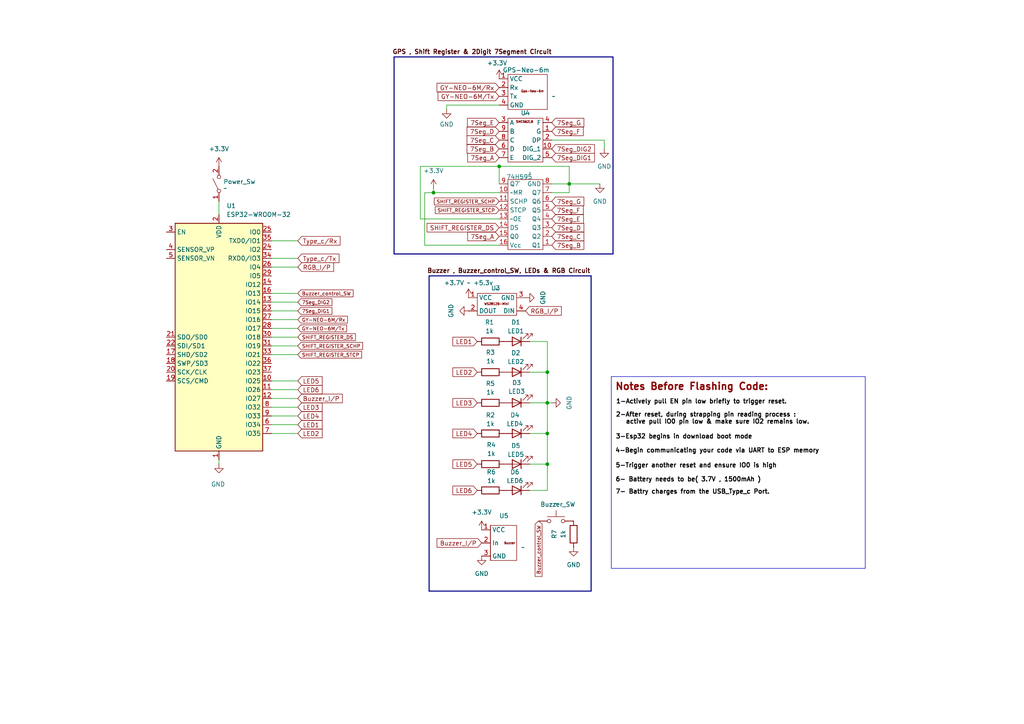
<source format=kicad_sch>
(kicad_sch (version 20231120) (generator "eeschema") (generator_version "8.0")
  (paper "A4")
  (title_block (title "Bike Mini Speed Computer") (date "2024-03-07") (rev "v01") (company "Infinity") (comment 4 "Author :Mamdouh Azmi "))
  (lib_symbols
    (symbol "2Digit-7Seg:SMC562LB"
      (property "Reference" "U" (at 1.778 10.16 0))
      (symbol "SMC562LB_0_1"
        (rectangle (start 1.27 8.89) (end 11.43 -3.81))
      )
      (symbol "SMC562LB_1_1"
        (text "SMC562LB" (at 6.096 7.874 0) (effects (font (size 0.635 0.635))))
        (pin input line (at 13.97 5.08 180) (length 2.54) (name "G") (number "1"))
        (pin input line (at 13.97 0 180) (length 2.54) (name "DIG_1") (number "10"))
        (pin input line (at 13.97 2.54 180) (length 2.54) (name "DP") (number "2"))
        (pin input line (at -1.27 7.62 0) (length 2.54) (name "A") (number "3"))
        (pin input line (at 13.97 7.62 180) (length 2.54) (name "F") (number "4"))
        (pin input line (at 13.97 -2.54 180) (length 2.54) (name "DIG_2") (number "5"))
        (pin input line (at -1.27 0 0) (length 2.54) (name "D") (number "6"))
        (pin input line (at -1.27 -2.54 0) (length 2.54) (name "E") (number "7"))
        (pin input line (at -1.27 2.54 0) (length 2.54) (name "C") (number "8"))
        (pin input line (at -1.27 5.08 0) (length 2.54) (name "B") (number "9"))
      )
    )
    (symbol "Bike Project:NEO-6M-GPS"
      (property "Reference" "U" (at 24.638 28.956 0))
      (symbol "NEO-6M-GPS_0_1"
        (rectangle (start 24.13 27.94) (end 35.56 17.78))
      )
      (symbol "NEO-6M-GPS_1_1"
        (text "Gps-Neo-6m\n" (at 31.242 23.114 0) (effects (font (size 0.635 0.635))))
        (pin power_in line (at 21.59 26.67 0) (length 2.54) (name "VCC") (number "1"))
        (pin input line (at 21.59 24.13 0) (length 2.54) (name "Rx") (number "2"))
        (pin output line (at 21.59 21.59 0) (length 2.54) (name "Tx") (number "3"))
        (pin power_in line (at 21.59 19.05 0) (length 2.54) (name "GND") (number "4"))
      )
    )
    (symbol "Device:LED" (pin_numbers hide) (pin_names (offset 1.016) hide)
      (property "Reference" "D" (at 0 2.54 0))
      (property "Value" "LED" (at 0 -2.54 0))
      (symbol "LED_0_1"
        (polyline (pts (xy -1.27 -1.27) (xy -1.27 1.27)) (stroke (width 0.254)))
        (polyline (pts (xy -1.27 0) (xy 1.27 0)))
        (polyline (pts (xy 1.27 -1.27) (xy 1.27 1.27) (xy -1.27 0) (xy 1.27 -1.27)) (stroke (width 0.254)))
        (polyline (pts (xy -3.048 -0.762) (xy -4.572 -2.286) (xy -3.81 -2.286) (xy -4.572 -2.286) (xy -4.572 -1.524)))
        (polyline (pts (xy -1.778 -0.762) (xy -3.302 -2.286) (xy -2.54 -2.286) (xy -3.302 -2.286) (xy -3.302 -1.524)))
      )
      (symbol "LED_1_1"
        (pin passive line (at -3.81 0 0) (length 2.54) (name "K") (number "1"))
        (pin passive line (at 3.81 0 180) (length 2.54) (name "A") (number "2"))
      )
    )
    (symbol "Device:R" (pin_numbers hide) (pin_names (offset 0))
      (property "Reference" "R" (at 2.032 0 90))
      (property "Value" "R" (at 0 0 90))
      (symbol "R_0_1"
        (rectangle (start -1.016 -2.54) (end 1.016 2.54) (stroke (width 0.254)))
      )
      (symbol "R_1_1"
        (pin passive line (at 0 3.81 270) (length 1.27) (name "~") (number "1"))
        (pin passive line (at 0 -3.81 90) (length 1.27) (name "~") (number "2"))
      )
    )
    (symbol "MLT-5020:MLT-5020"
      (property "Reference" "U" (at 12.954 14.986 0))
      (symbol "MLT-5020_0_1"
        (rectangle (start 12.7 3.81) (end 20.32 13.97))
        (rectangle (start 12.7 13.97) (end 12.7 3.81))
      )
      (symbol "MLT-5020_1_1"
        (text "Buzzer" (at 18.288 8.89 0) (effects (font (size 0.635 0.635))))
        (pin power_in line (at 10.16 12.7 0) (length 2.54) (name "VCC") (number "1"))
        (pin input line (at 10.16 8.89 0) (length 2.54) (name "In") (number "2"))
        (pin power_in line (at 10.16 5.08 0) (length 2.54) (name "GND") (number "3"))
      )
    )
    (symbol "RF_Module:ESP32-WROOM-32"
      (property "Reference" "U" (at -12.7 34.29 0))
      (property "Value" "ESP32-WROOM-32" (at 1.27 34.29 0))
      (symbol "ESP32-WROOM-32_0_1"
        (rectangle (start -12.7 33.02) (end 12.7 -33.02) (stroke (width 0.254)) (fill (type background)))
      )
      (symbol "ESP32-WROOM-32_1_1"
        (pin power_in line (at 0 -35.56 90) (length 2.54) (name "GND") (number "1"))
        (pin bidirectional line (at 15.24 -12.7 180) (length 2.54) (name "IO25") (number "10"))
        (pin bidirectional line (at 15.24 -15.24 180) (length 2.54) (name "IO26") (number "11"))
        (pin bidirectional line (at 15.24 -17.78 180) (length 2.54) (name "IO27") (number "12"))
        (pin bidirectional line (at 15.24 10.16 180) (length 2.54) (name "IO14") (number "13"))
        (pin bidirectional line (at 15.24 15.24 180) (length 2.54) (name "IO12") (number "14"))
        (pin passive line (at 0 -35.56 90) (length 2.54) hide (name "GND") (number "15"))
        (pin bidirectional line (at 15.24 12.7 180) (length 2.54) (name "IO13") (number "16"))
        (pin bidirectional line (at -15.24 -5.08 0) (length 2.54) (name "SHD/SD2") (number "17"))
        (pin bidirectional line (at -15.24 -7.62 0) (length 2.54) (name "SWP/SD3") (number "18"))
        (pin bidirectional line (at -15.24 -12.7 0) (length 2.54) (name "SCS/CMD") (number "19"))
        (pin power_in line (at 0 35.56 270) (length 2.54) (name "VDD") (number "2"))
        (pin bidirectional line (at -15.24 -10.16 0) (length 2.54) (name "SCK/CLK") (number "20"))
        (pin bidirectional line (at -15.24 0 0) (length 2.54) (name "SDO/SD0") (number "21"))
        (pin bidirectional line (at -15.24 -2.54 0) (length 2.54) (name "SDI/SD1") (number "22"))
        (pin bidirectional line (at 15.24 7.62 180) (length 2.54) (name "IO15") (number "23"))
        (pin bidirectional line (at 15.24 25.4 180) (length 2.54) (name "IO2") (number "24"))
        (pin bidirectional line (at 15.24 30.48 180) (length 2.54) (name "IO0") (number "25"))
        (pin bidirectional line (at 15.24 20.32 180) (length 2.54) (name "IO4") (number "26"))
        (pin bidirectional line (at 15.24 5.08 180) (length 2.54) (name "IO16") (number "27"))
        (pin bidirectional line (at 15.24 2.54 180) (length 2.54) (name "IO17") (number "28"))
        (pin bidirectional line (at 15.24 17.78 180) (length 2.54) (name "IO5") (number "29"))
        (pin input line (at -15.24 30.48 0) (length 2.54) (name "EN") (number "3"))
        (pin bidirectional line (at 15.24 0 180) (length 2.54) (name "IO18") (number "30"))
        (pin bidirectional line (at 15.24 -2.54 180) (length 2.54) (name "IO19") (number "31"))
        (pin no_connect line (at -12.7 -27.94 0) (length 2.54) hide (name "NC") (number "32"))
        (pin bidirectional line (at 15.24 -5.08 180) (length 2.54) (name "IO21") (number "33"))
        (pin bidirectional line (at 15.24 22.86 180) (length 2.54) (name "RXD0/IO3") (number "34"))
        (pin bidirectional line (at 15.24 27.94 180) (length 2.54) (name "TXD0/IO1") (number "35"))
        (pin bidirectional line (at 15.24 -7.62 180) (length 2.54) (name "IO22") (number "36"))
        (pin bidirectional line (at 15.24 -10.16 180) (length 2.54) (name "IO23") (number "37"))
        (pin passive line (at 0 -35.56 90) (length 2.54) hide (name "GND") (number "38"))
        (pin passive line (at 0 -35.56 90) (length 2.54) hide (name "GND") (number "39"))
        (pin input line (at -15.24 25.4 0) (length 2.54) (name "SENSOR_VP") (number "4"))
        (pin input line (at -15.24 22.86 0) (length 2.54) (name "SENSOR_VN") (number "5"))
        (pin input line (at 15.24 -25.4 180) (length 2.54) (name "IO34") (number "6"))
        (pin input line (at 15.24 -27.94 180) (length 2.54) (name "IO35") (number "7"))
        (pin bidirectional line (at 15.24 -20.32 180) (length 2.54) (name "IO32") (number "8"))
        (pin bidirectional line (at 15.24 -22.86 180) (length 2.54) (name "IO33") (number "9"))
      )
    )
    (symbol "RGB-LED:_WS2812B-MINI"
      (property "Reference" "U" (at 13.208 17.78 0))
      (symbol "_WS2812B-MINI_0_1"
        (rectangle (start 12.7 16.51) (end 24.13 10.16))
      )
      (symbol "_WS2812B-MINI_1_1"
        (text "WS2812B-Mini" (at 18.288 13.462 0) (effects (font (size 0.635 0.635))))
        (pin power_in line (at 10.16 15.24 0) (length 2.54) (name "VCC") (number "1"))
        (pin input line (at 10.16 11.43 0) (length 2.54) (name "DOUT") (number "2"))
        (pin power_in line (at 26.67 15.24 180) (length 2.54) (name "GND") (number "3"))
        (pin input line (at 26.67 11.43 180) (length 2.54) (name "DIN") (number "4"))
      )
    )
    (symbol "Shift-register-74H595:74H595"
      (property "Reference" "74H595" (at -11.176 -1.524 90))
      (symbol "74H595_0_1"
        (rectangle (start -10.16 5.08) (end 10.16 -5.08))
      )
      (symbol "74H595_1_0"
        (pin power_in line (at -8.89 7.62 270) (length 2.54) (name "Vcc") (number "16"))
      )
      (symbol "74H595_1_1"
        (pin output line (at -8.89 -7.62 90) (length 2.54) (name "Q1") (number "1"))
        (pin input line (at 6.35 7.62 270) (length 2.54) (name "~MR") (number "10"))
        (pin input line (at 3.81 7.62 270) (length 2.54) (name "SCHP") (number "11"))
        (pin input line (at 1.27 7.62 270) (length 2.54) (name "STCP") (number "12"))
        (pin input line (at -1.27 7.62 270) (length 2.54) (name "~OE") (number "13"))
        (pin input line (at -3.81 7.62 270) (length 2.54) (name "DS") (number "14"))
        (pin output line (at -6.35 7.62 270) (length 2.54) (name "Q0") (number "15"))
        (pin output line (at -6.35 -7.62 90) (length 2.54) (name "Q2") (number "2"))
        (pin output line (at -3.81 -7.62 90) (length 2.54) (name "Q3") (number "3"))
        (pin output line (at -1.27 -7.62 90) (length 2.54) (name "Q4") (number "4"))
        (pin output line (at 1.27 -7.62 90) (length 2.54) (name "Q5") (number "5"))
        (pin output line (at 3.81 -7.62 90) (length 2.54) (name "Q6") (number "6"))
        (pin output line (at 6.35 -7.62 90) (length 2.54) (name "Q7") (number "7"))
        (pin power_in line (at 8.89 -7.62 90) (length 2.54) (name "GND") (number "8"))
        (pin output line (at 8.89 7.62 270) (length 2.54) (name "Q7`") (number "9"))
      )
    )
    (symbol "Switch:SW_Push" (pin_numbers hide) (pin_names (offset 1.016) hide)
      (property "Reference" "SW" (at 1.27 2.54 0))
      (property "Value" "SW_Push" (at 0 -1.524 0))
      (symbol "SW_Push_0_1"
        (circle (center -2.032 0) (radius 0.508))
        (polyline (pts (xy 0 1.27) (xy 0 3.048)))
        (polyline (pts (xy 2.54 1.27) (xy -2.54 1.27)))
        (circle (center 2.032 0) (radius 0.508))
        (pin passive line (at -5.08 0 0) (length 2.54) (name "1") (number "1"))
        (pin passive line (at 5.08 0 180) (length 2.54) (name "2") (number "2"))
      )
    )
    (symbol "Switch:SW_SPST" (pin_names (offset 0) hide)
      (property "Reference" "SW" (at 0 3.175 0))
      (property "Value" "SW_SPST" (at 0 -2.54 0))
      (symbol "SW_SPST_0_0"
        (circle (center -2.032 0) (radius 0.508))
        (polyline (pts (xy -1.524 0.254) (xy 1.524 1.778)))
        (circle (center 2.032 0) (radius 0.508))
      )
      (symbol "SW_SPST_1_1"
        (pin passive line (at -5.08 0 0) (length 2.54) (name "A") (number "1"))
        (pin passive line (at 5.08 0 180) (length 2.54) (name "B") (number "2"))
      )
    )
    (symbol "power:+3.3V" (power) (pin_numbers hide) (pin_names (offset 0) hide)
      (property "Value" "+3.3V" (at 0 3.556 0))
      (symbol "+3.3V_0_1"
        (polyline (pts (xy -0.762 1.27) (xy 0 2.54)))
        (polyline (pts (xy 0 0) (xy 0 2.54)))
        (polyline (pts (xy 0 2.54) (xy 0.762 1.27)))
      )
      (symbol "+3.3V_1_1"
        (pin power_in line (at 0 0 90) (length 0) (name "~") (number "1"))
      )
    )
    (symbol "power:GND" (power) (pin_numbers hide) (pin_names (offset 0) hide)
      (property "Value" "GND" (at 0 -3.81 0))
      (symbol "GND_0_1"
        (polyline (pts (xy 0 0) (xy 0 -1.27) (xy 1.27 -1.27) (xy 0 -2.54) (xy -1.27 -1.27) (xy 0 -1.27)))
      )
      (symbol "GND_1_1"
        (pin power_in line (at 0 0 270) (length 0) (name "~") (number "1"))
      )
    )
  )
  (junction (at 158.75 107.95))
  (junction (at 158.75 134.62))
  (junction (at 125.73 55.88))
  (junction (at 158.75 125.73))
  (junction (at 158.75 116.84))
  (junction (at 144.78 48.26))
  (junction (at 165.1 53.34))
  (wire (pts (xy 86.36 100.33) (xy 78.74 100.33)))
  (wire (pts (xy 158.75 142.24) (xy 158.75 134.62)))
  (wire (pts (xy 153.67 134.62) (xy 158.75 134.62)))
  (bus (pts (xy 124.46 171.45) (xy 124.46 80.01)))
  (wire (pts (xy 153.67 107.95) (xy 158.75 107.95)))
  (wire (pts (xy 86.36 115.57) (xy 78.74 115.57)))
  (wire (pts (xy 129.54 30.48) (xy 144.78 30.48)))
  (wire (pts (xy 86.36 125.73) (xy 78.74 125.73)))
  (wire (pts (xy 63.5 134.62) (xy 63.5 133.35)))
  (wire (pts (xy 86.36 95.25) (xy 78.74 95.25)))
  (wire (pts (xy 160.02 40.64) (xy 175.26 40.64)))
  (wire (pts (xy 86.36 92.71) (xy 78.74 92.71)))
  (wire (pts (xy 158.75 116.84) (xy 160.02 116.84)))
  (wire (pts (xy 121.92 48.26) (xy 144.78 48.26)))
  (bus (pts (xy 114.3 16.51) (xy 177.8 16.51)))
  (wire (pts (xy 158.75 99.06) (xy 158.75 107.95)))
  (wire (pts (xy 86.36 110.49) (xy 78.74 110.49)))
  (wire (pts (xy 160.02 55.88) (xy 165.1 55.88)))
  (wire (pts (xy 86.36 74.93) (xy 78.74 74.93)))
  (wire (pts (xy 86.36 120.65) (xy 78.74 120.65)))
  (wire (pts (xy 86.36 97.79) (xy 78.74 97.79)))
  (bus (pts (xy 171.45 171.45) (xy 124.46 171.45)))
  (wire (pts (xy 86.36 123.19) (xy 78.74 123.19)))
  (wire (pts (xy 121.92 48.26) (xy 121.92 63.5)))
  (wire (pts (xy 165.1 53.34) (xy 173.99 53.34)))
  (wire (pts (xy 165.1 48.26) (xy 165.1 53.34)))
  (bus (pts (xy 114.3 16.51) (xy 114.3 73.66)))
  (wire (pts (xy 86.36 69.85) (xy 78.74 69.85)))
  (wire (pts (xy 144.78 55.88) (xy 125.73 55.88)))
  (wire (pts (xy 153.67 99.06) (xy 158.75 99.06)))
  (wire (pts (xy 125.73 54.61) (xy 125.73 55.88)))
  (wire (pts (xy 160.02 53.34) (xy 165.1 53.34)))
  (bus (pts (xy 177.8 73.66) (xy 114.3 73.66)))
  (wire (pts (xy 86.36 85.09) (xy 78.74 85.09)))
  (wire (pts (xy 86.36 102.87) (xy 78.74 102.87)))
  (wire (pts (xy 121.92 63.5) (xy 144.78 63.5)))
  (wire (pts (xy 144.78 48.26) (xy 165.1 48.26)))
  (wire (pts (xy 165.1 55.88) (xy 165.1 53.34)))
  (wire (pts (xy 158.75 134.62) (xy 158.75 125.73)))
  (wire (pts (xy 153.67 116.84) (xy 158.75 116.84)))
  (wire (pts (xy 63.5 58.42) (xy 63.5 62.23)))
  (wire (pts (xy 86.36 77.47) (xy 78.74 77.47)))
  (wire (pts (xy 86.36 90.17) (xy 78.74 90.17)))
  (wire (pts (xy 144.78 48.26) (xy 144.78 53.34)))
  (wire (pts (xy 153.67 125.73) (xy 158.75 125.73)))
  (bus (pts (xy 124.46 80.01) (xy 171.45 80.01)))
  (bus (pts (xy 171.45 80.01) (xy 171.45 171.45)))
  (wire (pts (xy 158.75 107.95) (xy 158.75 116.84)))
  (wire (pts (xy 175.26 40.64) (xy 175.26 43.18)))
  (wire (pts (xy 86.36 113.03) (xy 78.74 113.03)))
  (wire (pts (xy 86.36 118.11) (xy 78.74 118.11)))
  (wire (pts (xy 86.36 87.63) (xy 78.74 87.63)))
  (wire (pts (xy 123.19 71.12) (xy 144.78 71.12)))
  (wire (pts (xy 129.54 30.48) (xy 129.54 31.75)))
  (wire (pts (xy 123.19 55.88) (xy 123.19 71.12)))
  (wire (pts (xy 158.75 125.73) (xy 158.75 116.84)))
  (wire (pts (xy 123.19 55.88) (xy 125.73 55.88)))
  (wire (pts (xy 153.67 142.24) (xy 158.75 142.24)))
  (bus (pts (xy 177.8 16.51) (xy 177.8 73.66)))
  (rectangle (start 177.292 109.22) (end 250.952 164.846))
  (text "Notes Before Flashing Code:" (at 200.66 112.268 0) (effects (font (size 2.032 2.032) (thickness 0.4064) (bold yes))))
  (text "Buzzer , Buzzer_control_SW, LEDs & RGB Circuit" (at 147.574 78.74 0) (effects (font (size 1.27 1.27) (bold yes))))
  (text "2-After reset, during strapping pin reading process : \n      active pull IO0 pin low & make sure IO2 remains low.\n" (at 205.232 121.412 0) (effects (font (size 1.27 1.27) (bold yes))))
  (text "6- Battery needs to be( 3.7V , 1500mAh )\n" (at 199.644 139.192 0) (effects (font (size 1.27 1.27) (bold yes))))
  (text "7- Battry charges from the USB_Type_c Port." (at 200.914 142.748 0) (effects (font (size 1.27 1.27) (bold yes))))
  (text "1-Actively pull EN pin low briefly to trigger reset.\n" (at 203.454 116.586 0) (effects (font (size 1.27 1.27) (bold yes))))
  (text "5-Trigger another reset and ensure IO0 is high" (at 201.93 135.128 0) (effects (font (size 1.27 1.27) (bold yes))))
  (text "4-Begin communicating your code via UART to ESP memory\n" (at 208.026 130.81 0) (effects (font (size 1.27 1.27) (bold yes))))
  (text "GPS , Shift Register & 2Digit 7Segment Circuit " (at 137.414 15.24 0) (effects (font (size 1.27 1.27) (thickness 0.254) (bold yes))))
  (text "3-Esp32 begins in download boot mode \n" (at 198.882 126.746 0) (effects (font (size 1.27 1.27) (bold yes))))
  (global_label "SHIFT_REGISTER_STCP" (shape input) (at 144.78 60.96 180) (effects (font (size 1.016 1.016))) (property "Intersheetrefs" "${INTERSHEET_REFS}" (effects (hide yes))))
  (global_label "Buzzer_I{slash}P" (shape input) (at 139.7 157.48 180) (property "Intersheetrefs" "${INTERSHEET_REFS}" (effects (hide yes))))
  (global_label "GY-NEO-6M{slash}Rx" (shape input) (at 144.78 25.4 180) (property "Intersheetrefs" "${INTERSHEET_REFS}" (effects (hide yes))))
  (global_label "7Seg_DIG2" (shape input) (at 86.36 87.63 0) (effects (font (size 1.016 1.016))) (property "Intersheetrefs" "${INTERSHEET_REFS}" (effects (hide yes))))
  (global_label "7Seg_D" (shape input) (at 144.78 38.1 180) (property "Intersheetrefs" "${INTERSHEET_REFS}" (effects (hide yes))))
  (global_label "7Seg_DIG1" (shape input) (at 160.02 45.72 0) (property "Intersheetrefs" "${INTERSHEET_REFS}" (effects (hide yes))))
  (global_label "LED1" (shape input) (at 138.43 99.06 180) (property "Intersheetrefs" "${INTERSHEET_REFS}" (effects (hide yes))))
  (global_label "7Seg_B" (shape input) (at 160.02 71.12 0) (property "Intersheetrefs" "${INTERSHEET_REFS}" (effects (hide yes))))
  (global_label "GY-NEO-6M{slash}Tx" (shape input) (at 144.78 27.94 180) (property "Intersheetrefs" "${INTERSHEET_REFS}" (effects (hide yes))))
  (global_label "LED3" (shape input) (at 138.43 116.84 180) (property "Intersheetrefs" "${INTERSHEET_REFS}" (effects (hide yes))))
  (global_label "LED1" (shape input) (at 86.36 123.19 0) (property "Intersheetrefs" "${INTERSHEET_REFS}" (effects (hide yes))))
  (global_label "Buzzer_I{slash}P" (shape input) (at 86.36 115.57 0) (property "Intersheetrefs" "${INTERSHEET_REFS}" (effects (hide yes))))
  (global_label "7Seg_F" (shape input) (at 160.02 38.1 0) (property "Intersheetrefs" "${INTERSHEET_REFS}" (effects (hide yes))))
  (global_label "LED6" (shape input) (at 86.36 113.03 0) (property "Intersheetrefs" "${INTERSHEET_REFS}" (effects (hide yes))))
  (global_label "7Seg_A" (shape input) (at 144.78 68.58 180) (property "Intersheetrefs" "${INTERSHEET_REFS}" (effects (hide yes))))
  (global_label "GY-NEO-6M{slash}Tx" (shape input) (at 86.36 95.25 0) (effects (font (size 1.016 1.016))) (property "Intersheetrefs" "${INTERSHEET_REFS}" (effects (hide yes))))
  (global_label "LED5" (shape input) (at 86.36 110.49 0) (property "Intersheetrefs" "${INTERSHEET_REFS}" (effects (hide yes))))
  (global_label "Type_c{slash}Tx" (shape input) (at 86.36 74.93 0) (property "Intersheetrefs" "${INTERSHEET_REFS}" (effects (hide yes))))
  (global_label "7Seg_DIG1" (shape input) (at 86.36 90.17 0) (effects (font (size 1.016 1.016))) (property "Intersheetrefs" "${INTERSHEET_REFS}" (effects (hide yes))))
  (global_label "7Seg_A" (shape input) (at 144.78 45.72 180) (property "Intersheetrefs" "${INTERSHEET_REFS}" (effects (hide yes))))
  (global_label "7Seg_B" (shape input) (at 144.78 43.18 180) (property "Intersheetrefs" "${INTERSHEET_REFS}" (effects (hide yes))))
  (global_label "LED2" (shape input) (at 138.43 107.95 180) (property "Intersheetrefs" "${INTERSHEET_REFS}" (effects (hide yes))))
  (global_label "7Seg_C" (shape input) (at 160.02 68.58 0) (property "Intersheetrefs" "${INTERSHEET_REFS}" (effects (hide yes))))
  (global_label "RGB_I{slash}P" (shape input) (at 86.36 77.47 0) (property "Intersheetrefs" "${INTERSHEET_REFS}" (effects (hide yes))))
  (global_label "Buzzer_control_SW" (shape input) (at 86.36 85.09 0) (effects (font (size 1.016 1.016))) (property "Intersheetrefs" "${INTERSHEET_REFS}" (effects (hide yes))))
  (global_label "7Seg_D" (shape input) (at 160.02 66.04 0) (property "Intersheetrefs" "${INTERSHEET_REFS}" (effects (hide yes))))
  (global_label "7Seg_C" (shape input) (at 144.78 40.64 180) (property "Intersheetrefs" "${INTERSHEET_REFS}" (effects (hide yes))))
  (global_label "SHIFT_REGISTER_SCHP" (shape input) (at 86.36 100.33 0) (effects (font (size 1.016 1.016))) (property "Intersheetrefs" "${INTERSHEET_REFS}" (effects (hide yes))))
  (global_label "RGB_I{slash}P" (shape input) (at 152.4 90.17 0) (property "Intersheetrefs" "${INTERSHEET_REFS}" (effects (hide yes))))
  (global_label "7Seg_G" (shape input) (at 160.02 58.42 0) (property "Intersheetrefs" "${INTERSHEET_REFS}" (effects (hide yes))))
  (global_label "7Seg_E" (shape input) (at 160.02 63.5 0) (property "Intersheetrefs" "${INTERSHEET_REFS}" (effects (hide yes))))
  (global_label "7Seg_G" (shape input) (at 160.02 35.56 0) (property "Intersheetrefs" "${INTERSHEET_REFS}" (effects (hide yes))))
  (global_label "LED4" (shape input) (at 138.43 125.73 180) (property "Intersheetrefs" "${INTERSHEET_REFS}" (effects (hide yes))))
  (global_label "LED4" (shape input) (at 86.36 120.65 0) (property "Intersheetrefs" "${INTERSHEET_REFS}" (effects (hide yes))))
  (global_label "7Seg_DIG2" (shape input) (at 160.02 43.18 0) (property "Intersheetrefs" "${INTERSHEET_REFS}" (effects (hide yes))))
  (global_label "7Seg_E" (shape input) (at 144.78 35.56 180) (property "Intersheetrefs" "${INTERSHEET_REFS}" (effects (hide yes))))
  (global_label "SHIFT_REGISTER_STCP" (shape input) (at 86.36 102.87 0) (effects (font (size 1.016 1.016))) (property "Intersheetrefs" "${INTERSHEET_REFS}" (effects (hide yes))))
  (global_label "LED3" (shape input) (at 86.36 118.11 0) (property "Intersheetrefs" "${INTERSHEET_REFS}" (effects (hide yes))))
  (global_label "SHIFT_REGISTER_SCHP" (shape input) (at 144.78 58.42 180) (effects (font (size 1.016 1.016))) (property "Intersheetrefs" "${INTERSHEET_REFS}" (effects (hide yes))))
  (global_label "LED6" (shape input) (at 138.43 142.24 180) (property "Intersheetrefs" "${INTERSHEET_REFS}" (effects (hide yes))))
  (global_label "SHIFT_REGISTER_DS" (shape input) (at 86.36 97.79 0) (effects (font (size 1.016 1.016))) (property "Intersheetrefs" "${INTERSHEET_REFS}" (effects (hide yes))))
  (global_label "GY-NEO-6M{slash}Rx" (shape input) (at 86.36 92.71 0) (effects (font (size 1.016 1.016))) (property "Intersheetrefs" "${INTERSHEET_REFS}" (effects (hide yes))))
  (global_label "LED2" (shape input) (at 86.36 125.73 0) (property "Intersheetrefs" "${INTERSHEET_REFS}" (effects (hide yes))))
  (global_label "LED5" (shape input) (at 138.43 134.62 180) (property "Intersheetrefs" "${INTERSHEET_REFS}" (effects (hide yes))))
  (global_label "SHIFT_REGISTER_DS" (shape input) (at 144.78 66.04 180) (property "Intersheetrefs" "${INTERSHEET_REFS}" (effects (hide yes))))
  (global_label "Buzzer_control_SW" (shape input) (at 156.21 151.13 270) (effects (font (size 1.016 1.016))) (property "Intersheetrefs" "${INTERSHEET_REFS}" (effects (hide yes))))
  (global_label "7Seg_F" (shape input) (at 160.02 60.96 0) (property "Intersheetrefs" "${INTERSHEET_REFS}" (effects (hide yes))))
  (global_label "Type_c{slash}Rx" (shape input) (at 86.36 69.85 0) (property "Intersheetrefs" "${INTERSHEET_REFS}" (effects (hide yes))))
  (symbol (lib_id "power:+3.3V") (at 144.78 22.86 0) (unit 1)
    (property "Reference" "#PWR01" (effects (hide yes)))
    (property "Value" "+3.3V " (at 141.224 18.288 0) (effects (justify left)))
    (property "Description" "Power symbol creates a global label with name \"+3.3V\"" (effects (hide yes)))
  )
  (symbol (lib_id "Device:R") (at 142.24 142.24 270) (unit 1)
    (property "Reference" "R6" (at 142.494 136.906 90))
    (property "Value" "1k" (at 142.494 139.446 90))
    (property "Description" "Resistor" (effects (hide yes)))
  )
  (symbol (lib_id "Device:R") (at 142.24 99.06 270) (unit 1)
    (property "Reference" "R1" (at 141.986 93.472 90))
    (property "Value" "1k" (at 141.986 96.012 90))
    (property "Description" "Resistor" (effects (hide yes)))
  )
  (symbol (lib_id "power:GND") (at 129.54 31.75 0) (unit 1)
    (property "Reference" "#PWR04" (effects (hide yes)))
    (property "Value" "GND" (at 129.54 36.068 0))
    (property "Description" "Power symbol creates a global label with name \"GND\" , ground" (effects (hide yes)))
  )
  (symbol (lib_id "power:GND") (at 175.26 43.18 0) (unit 1)
    (property "Reference" "#PWR017" (effects (hide yes)))
    (property "Value" "GND" (at 175.26 48.26 0))
    (property "Description" "Power symbol creates a global label with name \"GND\" , ground" (effects (hide yes)))
  )
  (symbol (lib_id "power:GND") (at 135.89 90.17 270) (unit 1)
    (property "Reference" "#PWR02" (effects (hide yes)))
    (property "Value" "GND" (at 130.81 90.17 0))
    (property "Description" "Power symbol creates a global label with name \"GND\" , ground" (effects (hide yes)))
  )
  (symbol (lib_id "power:GND") (at 63.5 134.62 0) (unit 1)
    (property "Reference" "#PWR03" (effects (hide yes)))
    (property "Value" "GND" (at 63.246 140.462 0))
    (property "Description" "Power symbol creates a global label with name \"GND\" , ground" (effects (hide yes)))
  )
  (symbol (lib_id "MLT-5020:MLT-5020") (at 129.54 166.37 0) (unit 1)
    (property "Reference" "U5" (at 144.78 149.606 0) (effects (justify left)))
    (property "Value" "~" (at 151.13 158.75 0) (effects (justify left)))
  )
  (symbol (lib_id "Device:LED") (at 149.86 142.24 180) (unit 1)
    (property "Reference" "D6" (at 149.352 136.906 0))
    (property "Value" "LED6" (at 149.352 139.446 0))
    (property "Description" "Light emitting diode" (effects (hide yes)))
  )
  (symbol (lib_id "Device:LED") (at 149.86 134.62 180) (unit 1)
    (property "Reference" "D5" (at 149.606 129.286 0))
    (property "Value" "LED5" (at 149.606 131.826 0))
    (property "Description" "Light emitting diode" (effects (hide yes)))
  )
  (symbol (lib_id "Device:LED") (at 149.86 125.73 180) (unit 1)
    (property "Reference" "D4" (at 149.352 120.396 0))
    (property "Value" "LED4" (at 149.352 122.936 0))
    (property "Description" "Light emitting diode" (effects (hide yes)))
  )
  (symbol (lib_id "2Digit-7Seg:SMC562LB") (at 146.05 43.18 0) (unit 1)
    (property "Reference" "U4" (at 152.4 32.766 0))
    (property "Value" "~" (at 152.4 33.02 0))
  )
  (symbol (lib_id "Switch:SW_SPST") (at 63.5 53.34 90) (unit 1)
    (property "Reference" "Power_Sw" (at 64.77 52.7049 90) (effects (justify right)))
    (property "Value" "~" (at 64.77 54.61 90) (effects (justify right)))
    (property "Description" "Single Pole Single Throw (SPST) switch" (effects (hide yes)))
  )
  (symbol (lib_id "power:GND") (at 160.02 116.84 90) (unit 1)
    (property "Reference" "#PWR010" (effects (hide yes)))
    (property "Value" "GND" (at 165.1 116.84 0))
    (property "Description" "Power symbol creates a global label with name \"GND\" , ground" (effects (hide yes)))
  )
  (symbol (lib_id "power:GND") (at 166.37 158.75 0) (unit 1)
    (property "Reference" "#PWR07" (effects (hide yes)))
    (property "Value" "GND" (at 166.37 163.83 0))
    (property "Description" "Power symbol creates a global label with name \"GND\" , ground" (effects (hide yes)))
  )
  (symbol (lib_id "power:+3.3V") (at 135.89 86.36 0) (unit 1)
    (property "Reference" "#PWR014" (effects (hide yes)))
    (property "Value" "+3.7V ~ +5.3v" (at 135.89 82.042 0))
    (property "Description" "Power symbol creates a global label with name \"+3.3V\"" (effects (hide yes)))
  )
  (symbol (lib_id "power:+3.3V") (at 139.7 153.67 0) (unit 1)
    (property "Reference" "#PWR013" (effects (hide yes)))
    (property "Value" "+3.3V" (at 139.7 148.59 0))
    (property "Description" "Power symbol creates a global label with name \"+3.3V\"" (effects (hide yes)))
  )
  (symbol (lib_id "RGB-LED:_WS2812B-MINI") (at 125.73 101.6 0) (unit 1)
    (property "Reference" "U3" (at 143.764 83.566 0))
    (property "Value" "~" (at 144.145 83.82 0))
  )
  (symbol (lib_id "power:GND") (at 173.99 53.34 0) (unit 1)
    (property "Reference" "#PWR016" (effects (hide yes)))
    (property "Value" "GND" (at 173.99 58.42 0))
    (property "Description" "Power symbol creates a global label with name \"GND\" , ground" (effects (hide yes)))
  )
  (symbol (lib_id "power:+3.3V") (at 63.5 48.26 0) (unit 1)
    (property "Reference" "#PWR021" (effects (hide yes)))
    (property "Value" "+3.3V" (at 63.5 43.18 0))
    (property "Description" "Power symbol creates a global label with name \"+3.3V\"" (effects (hide yes)))
  )
  (symbol (lib_id "power:+3.3V") (at 125.73 54.61 0) (unit 1)
    (property "Reference" "#PWR015" (effects (hide yes)))
    (property "Value" "+3.3V" (at 125.73 49.53 0))
    (property "Description" "Power symbol creates a global label with name \"+3.3V\"" (effects (hide yes)))
  )
  (symbol (lib_id "Shift-register-74H595:74H595") (at 152.4 62.23 90) (unit 1)
    (property "Reference" "74H595" (at 154.432 51.308 90) (effects (justify left)))
    (property "Value" "~" (at 153.67 50.8 0) (effects (justify left)))
  )
  (symbol (lib_id "Device:LED") (at 149.86 99.06 180) (unit 1)
    (property "Reference" "D1" (at 149.606 93.472 0))
    (property "Value" "LED1" (at 149.606 96.012 0))
    (property "Description" "Light emitting diode" (effects (hide yes)))
  )
  (symbol (lib_id "RF_Module:ESP32-WROOM-32") (at 63.5 97.79 0) (unit 1)
    (property "Reference" "U1" (at 65.6941 59.69 0) (effects (justify left)))
    (property "Value" "ESP32-WROOM-32" (at 65.6941 62.23 0) (effects (justify left)))
    (property "Footprint" "RF_Module:ESP32-WROOM-32" (effects (hide yes)))
    (property "Datasheet" "https://www.espressif.com/sites/default/files/documentation/esp32-wroom-32_datasheet_en.pdf" (effects (hide yes)))
    (property "Description" "RF Module, ESP32-D0WDQ6 SoC, Wi-Fi 802.11b/g/n, Bluetooth, BLE, 32-bit, 2.7-3.6V, onboard antenna, SMD" (effects (hide yes)))
  )
  (symbol (lib_id "Device:R") (at 166.37 154.94 0) (unit 1)
    (property "Reference" "R7" (at 160.782 154.94 90))
    (property "Value" "1k" (at 163.322 154.94 90))
    (property "Description" "Resistor" (effects (hide yes)))
  )
  (symbol (lib_id "Device:LED") (at 149.86 107.95 180) (unit 1)
    (property "Reference" "D2" (at 149.606 102.362 0))
    (property "Value" "LED2" (at 149.606 104.902 0))
    (property "Description" "Light emitting diode" (effects (hide yes)))
  )
  (symbol (lib_id "Bike Project:NEO-6M-GPS") (at 123.19 49.53 0) (unit 1)
    (property "Reference" "GPS-Neo-6m" (at 145.796 20.32 0) (effects (justify left)))
    (property "Value" "~" (at 160.02 27.94 0) (effects (justify left)))
  )
  (symbol (lib_id "power:GND") (at 152.4 86.36 90) (unit 1)
    (property "Reference" "#PWR06" (effects (hide yes)))
    (property "Value" "GND" (at 157.48 86.36 0))
    (property "Description" "Power symbol creates a global label with name \"GND\" , ground" (effects (hide yes)))
  )
  (symbol (lib_id "Device:R") (at 142.24 116.84 270) (unit 1)
    (property "Reference" "R5" (at 142.24 111.252 90))
    (property "Value" "1k" (at 142.24 113.792 90))
    (property "Description" "Resistor" (effects (hide yes)))
  )
  (symbol (lib_id "Switch:SW_Push") (at 161.29 151.13 0) (unit 1)
    (property "Reference" "Buzzer_SW" (at 161.798 146.304 0))
    (property "Value" "~" (at 161.29 146.05 0))
    (property "Description" "Push button switch, generic, two pins" (effects (hide yes)))
  )
  (symbol (lib_id "Device:LED") (at 149.86 116.84 180) (unit 1)
    (property "Reference" "D3" (at 149.86 110.998 0))
    (property "Value" "LED3" (at 149.86 113.538 0))
    (property "Description" "Light emitting diode" (effects (hide yes)))
  )
  (symbol (lib_id "Device:R") (at 142.24 125.73 270) (unit 1)
    (property "Reference" "R2" (at 142.24 120.396 90))
    (property "Value" "1k" (at 142.24 122.936 90))
    (property "Description" "Resistor" (effects (hide yes)))
  )
  (symbol (lib_id "Device:R") (at 142.24 134.62 270) (unit 1)
    (property "Reference" "R4" (at 142.494 129.032 90))
    (property "Value" "1k" (at 142.494 131.572 90))
    (property "Description" "Resistor" (effects (hide yes)))
  )
  (symbol (lib_id "power:GND") (at 139.7 161.29 0) (unit 1)
    (property "Reference" "#PWR05" (effects (hide yes)))
    (property "Value" "GND" (at 139.7 166.37 0))
    (property "Description" "Power symbol creates a global label with name \"GND\" , ground" (effects (hide yes)))
  )
  (symbol (lib_id "Device:R") (at 142.24 107.95 270) (unit 1)
    (property "Reference" "R3" (at 142.24 102.235 90))
    (property "Value" "1k" (at 142.24 104.775 90))
    (property "Description" "Resistor" (effects (hide yes)))
  )
)
</source>
